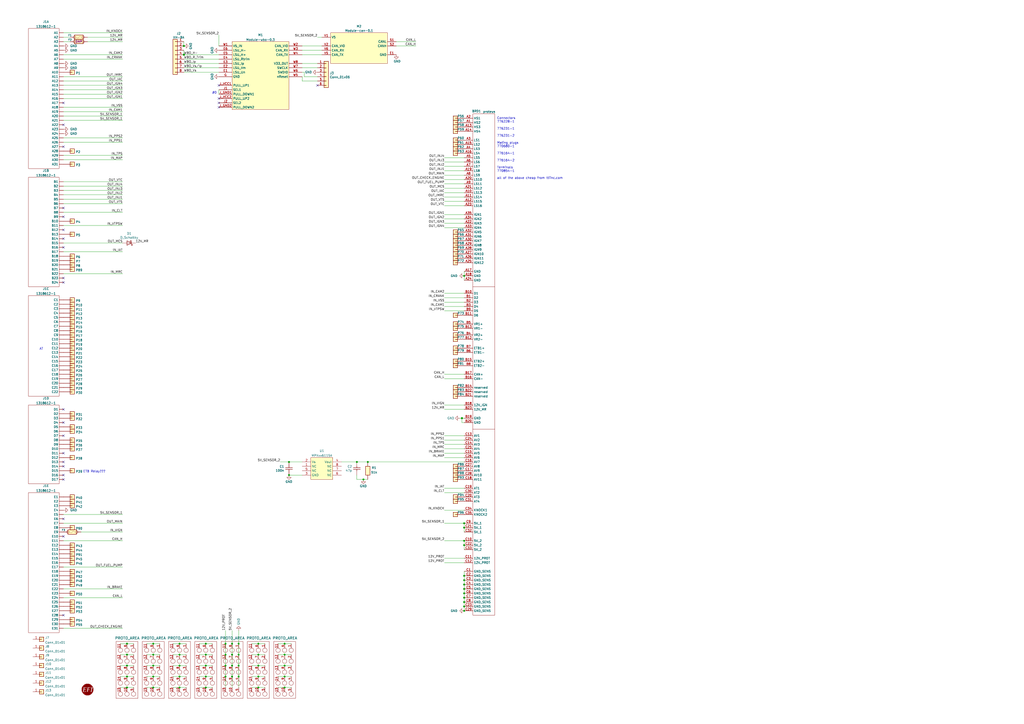
<source format=kicad_sch>
(kicad_sch (version 20210621) (generator eeschema)
  (paper "A2")
  (title_block (title "proteus125honda") (date "2021-09-22") (rev "a") (company "rusEFI"))
  (junction (at 73.66 373.38))
  (junction (at 73.66 379.73))
  (junction (at 73.66 386.08))
  (junction (at 73.66 392.43))
  (junction (at 73.66 398.78))
  (junction (at 88.9 373.38))
  (junction (at 88.9 379.73))
  (junction (at 88.9 386.08))
  (junction (at 88.9 392.43))
  (junction (at 88.9 398.78))
  (junction (at 104.14 373.38))
  (junction (at 104.14 379.73))
  (junction (at 104.14 386.08))
  (junction (at 104.14 392.43))
  (junction (at 104.14 398.78))
  (junction (at 106.68 26.67) (diameter 1.016))
  (junction (at 106.68 31.75) (diameter 1.016))
  (junction (at 119.38 373.38))
  (junction (at 119.38 379.73))
  (junction (at 119.38 386.08))
  (junction (at 119.38 392.43))
  (junction (at 119.38 398.78))
  (junction (at 130.81 373.38))
  (junction (at 130.81 379.73))
  (junction (at 130.81 386.08))
  (junction (at 130.81 392.43))
  (junction (at 134.62 373.38))
  (junction (at 134.62 379.73))
  (junction (at 134.62 386.08))
  (junction (at 134.62 392.43))
  (junction (at 138.43 373.38))
  (junction (at 138.43 379.73))
  (junction (at 138.43 386.08))
  (junction (at 138.43 392.43))
  (junction (at 149.86 373.38))
  (junction (at 149.86 379.73))
  (junction (at 149.86 386.08))
  (junction (at 149.86 392.43))
  (junction (at 149.86 398.78))
  (junction (at 165.1 373.38))
  (junction (at 165.1 379.73))
  (junction (at 165.1 386.08))
  (junction (at 165.1 392.43))
  (junction (at 165.1 398.78))
  (junction (at 167.64 267.97))
  (junction (at 167.64 275.59))
  (junction (at 207.01 267.97))
  (junction (at 210.82 278.13))
  (junction (at 213.36 267.97))
  (junction (at 267.97 242.57) (diameter 1.016))
  (junction (at 269.24 160.02))
  (junction (at 269.24 303.53))
  (junction (at 269.24 306.07))
  (junction (at 269.24 313.69))
  (junction (at 269.24 316.23))
  (junction (at 269.24 334.01))
  (junction (at 269.24 336.55))
  (junction (at 269.24 339.09))
  (junction (at 269.24 341.63))
  (junction (at 269.24 344.17))
  (junction (at 269.24 346.71))
  (junction (at 269.24 349.25))
  (junction (at 269.24 351.79))
  (junction (at 269.24 354.33))
  (no_connect (at 36.83 59.69))
  (no_connect (at 36.83 72.39))
  (no_connect (at 36.83 85.09))
  (no_connect (at 36.83 120.65))
  (no_connect (at 36.83 125.73))
  (no_connect (at 36.83 133.35))
  (no_connect (at 36.83 138.43))
  (no_connect (at 36.83 143.51))
  (no_connect (at 36.83 161.29))
  (no_connect (at 36.83 163.83))
  (no_connect (at 36.83 237.49))
  (no_connect (at 36.83 245.11))
  (no_connect (at 36.83 252.73))
  (no_connect (at 36.83 262.89))
  (no_connect (at 36.83 267.97))
  (no_connect (at 36.83 270.51))
  (no_connect (at 36.83 275.59))
  (no_connect (at 36.83 278.13))
  (no_connect (at 36.83 300.99))
  (no_connect (at 36.83 311.15))
  (no_connect (at 36.83 356.87))
  (no_connect (at 127 49.53))
  (no_connect (at 127 57.15))
  (no_connect (at 127 59.69))
  (no_connect (at 127 62.23))
  (no_connect (at 184.15 49.53))
  (wire (pts (xy 36.83 19.05) (xy 71.12 19.05)))
  (wire (pts (xy 36.83 34.29) (xy 71.12 34.29)))
  (wire (pts (xy 36.83 44.45) (xy 71.12 44.45)))
  (wire (pts (xy 36.83 46.99) (xy 71.12 46.99)))
  (wire (pts (xy 36.83 49.53) (xy 71.12 49.53)))
  (wire (pts (xy 36.83 52.07) (xy 71.12 52.07)))
  (wire (pts (xy 36.83 54.61) (xy 71.12 54.61)))
  (wire (pts (xy 36.83 57.15) (xy 71.12 57.15)))
  (wire (pts (xy 36.83 62.23) (xy 71.12 62.23)))
  (wire (pts (xy 36.83 67.31) (xy 71.12 67.31)))
  (wire (pts (xy 36.83 80.01) (xy 71.12 80.01)))
  (wire (pts (xy 36.83 82.55) (xy 71.12 82.55)))
  (wire (pts (xy 36.83 90.17) (xy 71.12 90.17)))
  (wire (pts (xy 36.83 92.71) (xy 71.12 92.71)))
  (wire (pts (xy 36.83 105.41) (xy 71.12 105.41)))
  (wire (pts (xy 36.83 107.95) (xy 71.12 107.95)))
  (wire (pts (xy 36.83 110.49) (xy 71.12 110.49)))
  (wire (pts (xy 36.83 113.03) (xy 71.12 113.03)))
  (wire (pts (xy 36.83 115.57) (xy 71.12 115.57)))
  (wire (pts (xy 36.83 118.11) (xy 71.12 118.11)))
  (wire (pts (xy 36.83 123.19) (xy 71.12 123.19)))
  (wire (pts (xy 36.83 130.81) (xy 71.12 130.81)))
  (wire (pts (xy 36.83 140.97) (xy 71.12 140.97)))
  (wire (pts (xy 36.83 146.05) (xy 71.12 146.05)))
  (wire (pts (xy 36.83 158.75) (xy 71.12 158.75)))
  (wire (pts (xy 36.83 298.45) (xy 71.12 298.45)))
  (wire (pts (xy 36.83 303.53) (xy 71.12 303.53)))
  (wire (pts (xy 36.83 313.69) (xy 71.12 313.69)))
  (wire (pts (xy 36.83 328.93) (xy 71.12 328.93)))
  (wire (pts (xy 36.83 341.63) (xy 71.12 341.63)))
  (wire (pts (xy 36.83 346.71) (xy 71.12 346.71)))
  (wire (pts (xy 36.83 364.49) (xy 71.12 364.49)))
  (wire (pts (xy 40.64 21.59) (xy 36.83 21.59)))
  (wire (pts (xy 40.64 24.13) (xy 36.83 24.13)))
  (wire (pts (xy 46.99 308.61) (xy 71.12 308.61)))
  (wire (pts (xy 69.85 373.38) (xy 73.66 373.38)))
  (wire (pts (xy 69.85 379.73) (xy 73.66 379.73)))
  (wire (pts (xy 69.85 386.08) (xy 73.66 386.08)))
  (wire (pts (xy 69.85 392.43) (xy 73.66 392.43)))
  (wire (pts (xy 69.85 398.78) (xy 73.66 398.78)))
  (wire (pts (xy 71.12 21.59) (xy 50.8 21.59)))
  (wire (pts (xy 71.12 24.13) (xy 50.8 24.13)))
  (wire (pts (xy 71.12 31.75) (xy 36.83 31.75)))
  (wire (pts (xy 71.12 64.77) (xy 36.83 64.77)))
  (wire (pts (xy 71.12 69.85) (xy 36.83 69.85)))
  (wire (pts (xy 73.66 373.38) (xy 77.47 373.38)))
  (wire (pts (xy 73.66 379.73) (xy 77.47 379.73)))
  (wire (pts (xy 73.66 386.08) (xy 77.47 386.08)))
  (wire (pts (xy 73.66 392.43) (xy 77.47 392.43)))
  (wire (pts (xy 73.66 398.78) (xy 77.47 398.78)))
  (wire (pts (xy 85.09 373.38) (xy 88.9 373.38)))
  (wire (pts (xy 85.09 379.73) (xy 88.9 379.73)))
  (wire (pts (xy 85.09 386.08) (xy 88.9 386.08)))
  (wire (pts (xy 85.09 392.43) (xy 88.9 392.43)))
  (wire (pts (xy 85.09 398.78) (xy 88.9 398.78)))
  (wire (pts (xy 88.9 373.38) (xy 92.71 373.38)))
  (wire (pts (xy 88.9 379.73) (xy 92.71 379.73)))
  (wire (pts (xy 88.9 386.08) (xy 92.71 386.08)))
  (wire (pts (xy 88.9 392.43) (xy 92.71 392.43)))
  (wire (pts (xy 88.9 398.78) (xy 92.71 398.78)))
  (wire (pts (xy 100.33 373.38) (xy 104.14 373.38)))
  (wire (pts (xy 100.33 379.73) (xy 104.14 379.73)))
  (wire (pts (xy 100.33 386.08) (xy 104.14 386.08)))
  (wire (pts (xy 100.33 392.43) (xy 104.14 392.43)))
  (wire (pts (xy 100.33 398.78) (xy 104.14 398.78)))
  (wire (pts (xy 104.14 373.38) (xy 107.95 373.38)))
  (wire (pts (xy 104.14 379.73) (xy 107.95 379.73)))
  (wire (pts (xy 104.14 386.08) (xy 107.95 386.08)))
  (wire (pts (xy 104.14 392.43) (xy 107.95 392.43)))
  (wire (pts (xy 104.14 398.78) (xy 107.95 398.78)))
  (wire (pts (xy 106.68 24.13) (xy 106.68 26.67)))
  (wire (pts (xy 106.68 29.21) (xy 106.68 31.75)))
  (wire (pts (xy 106.68 31.75) (xy 127 31.75)))
  (wire (pts (xy 106.68 34.29) (xy 127 34.29)))
  (wire (pts (xy 106.68 36.83) (xy 127 36.83)))
  (wire (pts (xy 106.68 39.37) (xy 127 39.37)))
  (wire (pts (xy 106.68 41.91) (xy 127 41.91)))
  (wire (pts (xy 115.57 373.38) (xy 119.38 373.38)))
  (wire (pts (xy 115.57 379.73) (xy 119.38 379.73)))
  (wire (pts (xy 115.57 386.08) (xy 119.38 386.08)))
  (wire (pts (xy 115.57 392.43) (xy 119.38 392.43)))
  (wire (pts (xy 115.57 398.78) (xy 119.38 398.78)))
  (wire (pts (xy 119.38 373.38) (xy 123.19 373.38)))
  (wire (pts (xy 119.38 379.73) (xy 123.19 379.73)))
  (wire (pts (xy 119.38 386.08) (xy 123.19 386.08)))
  (wire (pts (xy 119.38 392.43) (xy 123.19 392.43)))
  (wire (pts (xy 119.38 398.78) (xy 123.19 398.78)))
  (wire (pts (xy 127 20.32) (xy 127 26.67)))
  (wire (pts (xy 127 52.07) (xy 127 54.61)))
  (wire (pts (xy 130.81 365.76) (xy 130.81 373.38)))
  (wire (pts (xy 130.81 373.38) (xy 130.81 379.73)))
  (wire (pts (xy 130.81 379.73) (xy 130.81 386.08)))
  (wire (pts (xy 130.81 386.08) (xy 130.81 392.43)))
  (wire (pts (xy 130.81 392.43) (xy 130.81 398.78)))
  (wire (pts (xy 134.62 365.76) (xy 134.62 373.38)))
  (wire (pts (xy 134.62 373.38) (xy 134.62 379.73)))
  (wire (pts (xy 134.62 379.73) (xy 134.62 386.08)))
  (wire (pts (xy 134.62 386.08) (xy 134.62 392.43)))
  (wire (pts (xy 134.62 392.43) (xy 134.62 398.78)))
  (wire (pts (xy 138.43 365.76) (xy 138.43 373.38)))
  (wire (pts (xy 138.43 373.38) (xy 138.43 379.73)))
  (wire (pts (xy 138.43 379.73) (xy 138.43 386.08)))
  (wire (pts (xy 138.43 386.08) (xy 138.43 392.43)))
  (wire (pts (xy 138.43 392.43) (xy 138.43 398.78)))
  (wire (pts (xy 146.05 373.38) (xy 149.86 373.38)))
  (wire (pts (xy 146.05 379.73) (xy 149.86 379.73)))
  (wire (pts (xy 146.05 386.08) (xy 149.86 386.08)))
  (wire (pts (xy 146.05 392.43) (xy 149.86 392.43)))
  (wire (pts (xy 146.05 398.78) (xy 149.86 398.78)))
  (wire (pts (xy 149.86 373.38) (xy 153.67 373.38)))
  (wire (pts (xy 149.86 379.73) (xy 153.67 379.73)))
  (wire (pts (xy 149.86 386.08) (xy 153.67 386.08)))
  (wire (pts (xy 149.86 392.43) (xy 153.67 392.43)))
  (wire (pts (xy 149.86 398.78) (xy 153.67 398.78)))
  (wire (pts (xy 161.29 373.38) (xy 165.1 373.38)))
  (wire (pts (xy 161.29 379.73) (xy 165.1 379.73)))
  (wire (pts (xy 161.29 386.08) (xy 165.1 386.08)))
  (wire (pts (xy 161.29 392.43) (xy 165.1 392.43)))
  (wire (pts (xy 161.29 398.78) (xy 165.1 398.78)))
  (wire (pts (xy 162.56 267.97) (xy 167.64 267.97)))
  (wire (pts (xy 165.1 373.38) (xy 168.91 373.38)))
  (wire (pts (xy 165.1 379.73) (xy 168.91 379.73)))
  (wire (pts (xy 165.1 386.08) (xy 168.91 386.08)))
  (wire (pts (xy 165.1 392.43) (xy 168.91 392.43)))
  (wire (pts (xy 165.1 398.78) (xy 168.91 398.78)))
  (wire (pts (xy 167.64 267.97) (xy 175.26 267.97)))
  (wire (pts (xy 167.64 275.59) (xy 175.26 275.59)))
  (wire (pts (xy 175.26 26.67) (xy 186.69 26.67)))
  (wire (pts (xy 175.26 29.21) (xy 186.69 29.21)))
  (wire (pts (xy 175.26 31.75) (xy 186.69 31.75)))
  (wire (pts (xy 175.26 36.83) (xy 184.15 36.83)))
  (wire (pts (xy 175.26 39.37) (xy 184.15 39.37)))
  (wire (pts (xy 175.26 41.91) (xy 176.53 41.91)))
  (wire (pts (xy 175.26 44.45) (xy 175.26 46.99)))
  (wire (pts (xy 175.26 46.99) (xy 184.15 46.99)))
  (wire (pts (xy 176.53 41.91) (xy 176.53 44.45)))
  (wire (pts (xy 176.53 44.45) (xy 184.15 44.45)))
  (wire (pts (xy 184.15 21.59) (xy 186.69 21.59)))
  (wire (pts (xy 198.12 267.97) (xy 207.01 267.97)))
  (wire (pts (xy 207.01 267.97) (xy 213.36 267.97)))
  (wire (pts (xy 207.01 278.13) (xy 207.01 275.59)))
  (wire (pts (xy 210.82 278.13) (xy 207.01 278.13)))
  (wire (pts (xy 210.82 278.13) (xy 213.36 278.13)))
  (wire (pts (xy 213.36 267.97) (xy 269.24 267.97)))
  (wire (pts (xy 229.87 24.13) (xy 241.3 24.13)))
  (wire (pts (xy 229.87 26.67) (xy 241.3 26.67)))
  (wire (pts (xy 257.81 91.44) (xy 269.24 91.44)))
  (wire (pts (xy 257.81 93.98) (xy 269.24 93.98)))
  (wire (pts (xy 257.81 96.52) (xy 269.24 96.52)))
  (wire (pts (xy 257.81 99.06) (xy 269.24 99.06)))
  (wire (pts (xy 257.81 101.6) (xy 269.24 101.6)))
  (wire (pts (xy 257.81 104.14) (xy 269.24 104.14)))
  (wire (pts (xy 257.81 106.68) (xy 269.24 106.68)))
  (wire (pts (xy 257.81 109.22) (xy 269.24 109.22)))
  (wire (pts (xy 257.81 111.76) (xy 269.24 111.76)))
  (wire (pts (xy 257.81 114.3) (xy 269.24 114.3)))
  (wire (pts (xy 257.81 116.84) (xy 269.24 116.84)))
  (wire (pts (xy 257.81 119.38) (xy 269.24 119.38)))
  (wire (pts (xy 257.81 124.46) (xy 269.24 124.46)))
  (wire (pts (xy 257.81 127) (xy 269.24 127)))
  (wire (pts (xy 257.81 129.54) (xy 269.24 129.54)))
  (wire (pts (xy 257.81 132.08) (xy 269.24 132.08)))
  (wire (pts (xy 257.81 170.18) (xy 269.24 170.18)))
  (wire (pts (xy 257.81 172.72) (xy 269.24 172.72)))
  (wire (pts (xy 257.81 175.26) (xy 269.24 175.26)))
  (wire (pts (xy 257.81 177.8) (xy 269.24 177.8)))
  (wire (pts (xy 257.81 180.34) (xy 269.24 180.34)))
  (wire (pts (xy 257.81 217.17) (xy 269.24 217.17)))
  (wire (pts (xy 257.81 219.71) (xy 269.24 219.71)))
  (wire (pts (xy 257.81 234.95) (xy 269.24 234.95)))
  (wire (pts (xy 257.81 237.49) (xy 269.24 237.49)))
  (wire (pts (xy 257.81 252.73) (xy 269.24 252.73)))
  (wire (pts (xy 257.81 255.27) (xy 269.24 255.27)))
  (wire (pts (xy 257.81 257.81) (xy 269.24 257.81)))
  (wire (pts (xy 257.81 260.35) (xy 269.24 260.35)))
  (wire (pts (xy 257.81 262.89) (xy 269.24 262.89)))
  (wire (pts (xy 257.81 265.43) (xy 269.24 265.43)))
  (wire (pts (xy 257.81 283.21) (xy 269.24 283.21)))
  (wire (pts (xy 257.81 285.75) (xy 269.24 285.75)))
  (wire (pts (xy 257.81 295.91) (xy 269.24 295.91)))
  (wire (pts (xy 257.81 303.53) (xy 269.24 303.53)))
  (wire (pts (xy 257.81 313.69) (xy 269.24 313.69)))
  (wire (pts (xy 257.81 323.85) (xy 269.24 323.85)))
  (wire (pts (xy 257.81 326.39) (xy 269.24 326.39)))
  (wire (pts (xy 266.7 242.57) (xy 267.97 242.57)))
  (wire (pts (xy 267.97 242.57) (xy 267.97 245.11)))
  (wire (pts (xy 267.97 245.11) (xy 269.24 245.11)))
  (wire (pts (xy 269.24 157.48) (xy 269.24 160.02)))
  (wire (pts (xy 269.24 160.02) (xy 269.24 162.56)))
  (wire (pts (xy 269.24 242.57) (xy 267.97 242.57)))
  (wire (pts (xy 269.24 303.53) (xy 269.24 306.07)))
  (wire (pts (xy 269.24 306.07) (xy 269.24 308.61)))
  (wire (pts (xy 269.24 313.69) (xy 269.24 316.23)))
  (wire (pts (xy 269.24 316.23) (xy 269.24 318.77)))
  (wire (pts (xy 269.24 331.47) (xy 269.24 334.01)))
  (wire (pts (xy 269.24 334.01) (xy 269.24 336.55)))
  (wire (pts (xy 269.24 336.55) (xy 269.24 339.09)))
  (wire (pts (xy 269.24 339.09) (xy 269.24 341.63)))
  (wire (pts (xy 269.24 341.63) (xy 269.24 344.17)))
  (wire (pts (xy 269.24 344.17) (xy 269.24 346.71)))
  (wire (pts (xy 269.24 346.71) (xy 269.24 349.25)))
  (wire (pts (xy 269.24 349.25) (xy 269.24 351.79)))
  (wire (pts (xy 269.24 351.79) (xy 269.24 354.33)))
  (text "AT" (at 22.86 203.2 0) (effects (font (size 1.27 1.27)) (justify left bottom)))
  (text "ETB Relay???" (at 48.26 274.32 0) (effects (font (size 1.27 1.27)) (justify left bottom)))
  (text "#0" (at 125.73 54.61 180) (effects (font (size 1.27 1.27)) (justify right bottom)))
  (text "Connectors\n776228-1\n\n776231-1\n\n776231-2\n\nMating plugs\n770680-1\n\n776164-1\n\n776164-2\n\nTerminals\n770854-1\n\nall of the above cheap from ttiinc.com" (at 288.29 104.14 0) (effects (font (size 1.27 1.27)) (justify left bottom)))
  (label "IN_KNOCK" (at 71.12 19.05 180))
  (label "12V_MR" (at 71.12 21.59 180))
  (label "12V_MR" (at 71.12 24.13 180))
  (label "IN_CAM2" (at 71.12 31.75 180))
  (label "IN_CRANK" (at 71.12 34.29 180))
  (label "OUT_IMRC" (at 71.12 44.45 180))
  (label "OUT_IAC" (at 71.12 46.99 180))
  (label "OUT_IGN4" (at 71.12 49.53 180))
  (label "OUT_IGN3" (at 71.12 52.07 180))
  (label "OUT_IGN2" (at 71.12 54.61 180))
  (label "OUT_IGN1" (at 71.12 57.15 180))
  (label "IN_VSS" (at 71.12 62.23 180))
  (label "IN_CAM1" (at 71.12 64.77 180))
  (label "5V_SENSOR_1" (at 71.12 67.31 180))
  (label "5V_SENSOR_1" (at 71.12 69.85 180))
  (label "IN_PPS2" (at 71.12 80.01 180))
  (label "IN_PPS1" (at 71.12 82.55 180))
  (label "IN_TPS" (at 71.12 90.17 180))
  (label "IN_MAP" (at 71.12 92.71 180))
  (label "OUT_VTC" (at 71.12 105.41 180))
  (label "OUT_INJ4" (at 71.12 107.95 180))
  (label "OUT_INJ3" (at 71.12 110.49 180))
  (label "OUT_INJ2" (at 71.12 113.03 180))
  (label "OUT_INJ1" (at 71.12 115.57 180))
  (label "OUT_VTS" (at 71.12 118.11 180))
  (label "IN_CLT" (at 71.12 123.19 180))
  (label "IN_VTPSW" (at 71.12 130.81 180))
  (label "OUT_MCS" (at 71.12 140.97 180))
  (label "IN_IAT" (at 71.12 146.05 180))
  (label "IN_MRC" (at 71.12 158.75 180))
  (label "5V_SENSOR_1" (at 71.12 298.45 180))
  (label "OUT_MAIN" (at 71.12 303.53 180))
  (label "IN_VIGN" (at 71.12 308.61 180))
  (label "CAN_H" (at 71.12 313.69 180))
  (label "OUT_FUEL_PUMP" (at 71.12 328.93 180))
  (label "IN_BRAKE" (at 71.12 341.63 180))
  (label "CAN_L" (at 71.12 346.71 180))
  (label "OUT_CHECK_ENGINE" (at 71.12 364.49 180))
  (label "12V_MR" (at 78.74 140.97 0))
  (label "WBO_H-" (at 106.68 31.75 0))
  (label "WBO_R_Trim" (at 106.68 34.29 0))
  (label "WBO_Ip" (at 106.68 36.83 0))
  (label "WBO_Vs{slash}Ip" (at 106.68 39.37 0))
  (label "WBO_Vs" (at 106.68 41.91 0))
  (label "5V_SENSOR_2" (at 127 20.32 180))
  (label "12V_PROT" (at 130.81 365.76 90))
  (label "5V_SENSOR_2" (at 134.62 365.76 90))
  (label "5V_SENSOR_2" (at 162.56 267.97 180))
  (label "5V_SENSOR_2" (at 184.15 21.59 180))
  (label "CAN_L" (at 241.3 24.13 180))
  (label "CAN_H" (at 241.3 26.67 180))
  (label "OUT_INJ4" (at 257.81 91.44 180))
  (label "OUT_INJ3" (at 257.81 93.98 180))
  (label "OUT_INJ2" (at 257.81 96.52 180))
  (label "OUT_INJ1" (at 257.81 99.06 180))
  (label "OUT_MAIN" (at 257.81 101.6 180))
  (label "OUT_CHECK_ENGINE" (at 257.81 104.14 180))
  (label "OUT_FUEL_PUMP" (at 257.81 106.68 180))
  (label "OUT_MCS" (at 257.81 109.22 180))
  (label "OUT_IAC" (at 257.81 111.76 180))
  (label "OUT_IMRC" (at 257.81 114.3 180))
  (label "OUT_VTS" (at 257.81 116.84 180))
  (label "OUT_VTC" (at 257.81 119.38 180))
  (label "OUT_IGN1" (at 257.81 124.46 180))
  (label "OUT_IGN2" (at 257.81 127 180))
  (label "OUT_IGN3" (at 257.81 129.54 180))
  (label "OUT_IGN4" (at 257.81 132.08 180))
  (label "IN_CAM2" (at 257.81 170.18 180))
  (label "IN_CRANK" (at 257.81 172.72 180))
  (label "IN_VSS" (at 257.81 175.26 180))
  (label "IN_CAM1" (at 257.81 177.8 180))
  (label "IN_VTPSW" (at 257.81 180.34 180))
  (label "CAN_H" (at 257.81 217.17 180))
  (label "CAN_L" (at 257.81 219.71 180))
  (label "IN_VIGN" (at 257.81 234.95 180))
  (label "12V_MR" (at 257.81 237.49 180))
  (label "IN_PPS2" (at 257.81 252.73 180))
  (label "IN_PPS1" (at 257.81 255.27 180))
  (label "IN_TPS" (at 257.81 257.81 180))
  (label "IN_MRC" (at 257.81 260.35 180))
  (label "IN_BRAKE" (at 257.81 262.89 180))
  (label "IN_MAP" (at 257.81 265.43 180))
  (label "IN_IAT" (at 257.81 283.21 180))
  (label "IN_CLT" (at 257.81 285.75 180))
  (label "IN_KNOCK" (at 257.81 295.91 180))
  (label "5V_SENSOR_1" (at 257.81 303.53 180))
  (label "5V_SENSOR_2" (at 257.81 313.69 180))
  (label "12V_PROT" (at 257.81 323.85 180))
  (label "12V_PROT" (at 257.81 326.39 180))
  (symbol (lib_id "power:GND") (at 36.83 26.67 90) (unit 1)
    (property "Reference" "#PWR01" (effects hide))
    (property "Value" "GND" (at 40.64 26.67 90) (effects (justify right)))
  )
  (symbol (lib_id "power:GND") (at 36.83 29.21 90) (unit 1)
    (property "Reference" "#PWR02" (effects hide))
    (property "Value" "GND" (at 40.64 29.21 90) (effects (justify right)))
  )
  (symbol (lib_id "power:GND") (at 36.83 36.83 90) (unit 1)
    (property "Reference" "#PWR03" (effects hide))
    (property "Value" "GND" (at 40.64 36.83 90) (effects (justify right)))
  )
  (symbol (lib_id "power:GND") (at 36.83 39.37 90) (unit 1)
    (property "Reference" "#PWR04" (effects hide))
    (property "Value" "GND" (at 40.64 39.37 90) (effects (justify right)))
  )
  (symbol (lib_id "power:GND") (at 36.83 74.93 90) (unit 1)
    (property "Reference" "#PWR05" (effects hide))
    (property "Value" "GND" (at 40.64 74.93 90) (effects (justify right)))
  )
  (symbol (lib_id "power:GND") (at 36.83 77.47 90) (unit 1)
    (property "Reference" "#PWR06" (effects hide))
    (property "Value" "GND" (at 40.64 77.47 90) (effects (justify right)))
  )
  (symbol (lib_id "power:GND") (at 36.83 295.91 90) (unit 1)
    (property "Reference" "#PWR07" (effects hide))
    (property "Value" "GND" (at 40.64 295.91 90) (effects (justify right)))
  )
  (symbol (lib_id "power:GND") (at 106.68 26.67 90) (mirror x) (unit 1)
    (property "Reference" "#PWR08" (effects hide))
    (property "Value" "GND" (at 110.6234 26.7208 0))
  )
  (symbol (lib_id "power:GND") (at 127 29.21 270) (mirror x) (unit 1)
    (property "Reference" "#PWR09" (effects hide))
    (property "Value" "GND" (at 123.0566 29.1592 0))
  )
  (symbol (lib_id "power:GND") (at 127 44.45 270) (mirror x) (unit 1)
    (property "Reference" "#PWR010" (effects hide))
    (property "Value" "GND" (at 123.0566 44.3992 0))
  )
  (symbol (lib_id "power:GND") (at 138.43 365.76 180) (unit 1)
    (property "Reference" "#PWR021" (effects hide))
    (property "Value" "GND" (at 138.43 362.585 90) (effects (justify right)))
  )
  (symbol (lib_id "power:GND") (at 167.64 275.59 0) (unit 1)
    (property "Reference" "#PWR0101" (effects hide))
    (property "Value" "GND" (at 169.6336 279.4268 0) (effects (justify right)))
  )
  (symbol (lib_id "power:GND") (at 184.15 41.91 270) (mirror x) (unit 1)
    (property "Reference" "#PWR011" (effects hide))
    (property "Value" "GND" (at 178.9366 41.8592 90))
  )
  (symbol (lib_id "power:GND") (at 210.82 278.13 0) (unit 1)
    (property "Reference" "#PWR0102" (effects hide))
    (property "Value" "GND" (at 212.8136 281.9668 0) (effects (justify right)))
  )
  (symbol (lib_id "power:GND") (at 229.87 31.75 0) (unit 1)
    (property "Reference" "#PWR012" (effects hide))
    (property "Value" "GND" (at 232.41 35.56 0) (effects (justify right)))
  )
  (symbol (lib_id "power:GND") (at 266.7 242.57 270) (unit 1)
    (property "Reference" "#PWR014" (effects hide))
    (property "Value" "GND" (at 263.525 242.57 90) (effects (justify right)))
  )
  (symbol (lib_id "power:GND") (at 269.24 160.02 270) (unit 1)
    (property "Reference" "#PWR017" (effects hide))
    (property "Value" "GND" (at 265.43 160.02 90) (effects (justify right)))
  )
  (symbol (lib_id "power:GND") (at 269.24 354.33 270) (unit 1)
    (property "Reference" "#PWR020" (effects hide))
    (property "Value" "GND" (at 265.43 354.33 90) (effects (justify right)))
  )
  (symbol (lib_id "Connector_Generic:Conn_01x01") (at 24.13 370.84 0) (unit 1)
    (property "Reference" "J7" (at 26.1621 369.9315 0) (effects (justify left)))
    (property "Value" "Conn_01x01" (at 26.1621 372.7066 0) (effects (justify left)))
    (property "Footprint" "MountingHole:MountingHole_4.5mm" (effects hide))
  )
  (symbol (lib_id "Connector_Generic:Conn_01x01") (at 24.13 375.92 0) (unit 1)
    (property "Reference" "J8" (at 26.1621 375.0115 0) (effects (justify left)))
    (property "Value" "Conn_01x01" (at 26.1621 377.7866 0) (effects (justify left)))
    (property "Footprint" "MountingHole:MountingHole_4.5mm" (effects hide))
  )
  (symbol (lib_id "Connector_Generic:Conn_01x01") (at 24.13 381 0) (unit 1)
    (property "Reference" "J9" (at 26.1621 380.0915 0) (effects (justify left)))
    (property "Value" "Conn_01x01" (at 26.1621 382.8666 0) (effects (justify left)))
    (property "Footprint" "MountingHole:MountingHole_4.5mm" (effects hide))
  )
  (symbol (lib_id "Connector_Generic:Conn_01x01") (at 24.13 386.08 0) (unit 1)
    (property "Reference" "J10" (at 26.1621 385.1715 0) (effects (justify left)))
    (property "Value" "Conn_01x01" (at 26.1621 387.9466 0) (effects (justify left)))
    (property "Footprint" "MountingHole:MountingHole_4.5mm" (effects hide))
  )
  (symbol (lib_id "Connector_Generic:Conn_01x01") (at 24.13 391.16 0) (unit 1)
    (property "Reference" "J11" (at 26.1621 390.2515 0) (effects (justify left)))
    (property "Value" "Conn_01x01" (at 26.1621 393.0266 0) (effects (justify left)))
    (property "Footprint" "MountingHole:MountingHole_4.5mm" (effects hide))
  )
  (symbol (lib_id "Connector_Generic:Conn_01x01") (at 24.13 396.24 0) (unit 1)
    (property "Reference" "J12" (at 26.1621 395.3315 0) (effects (justify left)))
    (property "Value" "Conn_01x01" (at 26.1621 398.1066 0) (effects (justify left)))
    (property "Footprint" "MountingHole:MountingHole_4.5mm" (effects hide))
  )
  (symbol (lib_id "Connector_Generic:Conn_01x01") (at 24.13 401.32 0) (unit 1)
    (property "Reference" "J13" (at 26.1621 400.4115 0) (effects (justify left)))
    (property "Value" "Conn_01x01" (at 26.1621 403.1866 0) (effects (justify left)))
    (property "Footprint" "MountingHole:MountingHole_4.5mm" (effects hide))
  )
  (symbol (lib_id "hellen-one-common:Pad") (at 41.91 41.91 0) (unit 1)
    (property "Reference" "P1" (at 43.9421 42.389 0) (effects (justify left)))
    (property "Value" "Pad" (effects hide))
    (property "Footprint" "hellen-one-common:PAD-TH" (effects hide))
  )
  (symbol (lib_id "hellen-one-common:Pad") (at 41.91 87.63 0) (unit 1)
    (property "Reference" "P2" (at 43.9421 88.109 0) (effects (justify left)))
    (property "Value" "Pad" (effects hide))
    (property "Footprint" "hellen-one-common:PAD-TH" (effects hide))
  )
  (symbol (lib_id "hellen-one-common:Pad") (at 41.91 95.25 0) (unit 1)
    (property "Reference" "P3" (at 43.9421 95.729 0) (effects (justify left)))
    (property "Value" "Pad" (effects hide))
    (property "Footprint" "hellen-one-common:PAD-TH" (effects hide))
  )
  (symbol (lib_id "hellen-one-common:Pad") (at 41.91 128.27 0) (unit 1)
    (property "Reference" "P4" (at 43.9421 128.749 0) (effects (justify left)))
    (property "Value" "Pad" (effects hide))
    (property "Footprint" "hellen-one-common:PAD-TH" (effects hide))
  )
  (symbol (lib_id "hellen-one-common:Pad") (at 41.91 135.89 0) (unit 1)
    (property "Reference" "P5" (at 43.9421 136.369 0) (effects (justify left)))
    (property "Value" "Pad" (effects hide))
    (property "Footprint" "hellen-one-common:PAD-TH" (effects hide))
  )
  (symbol (lib_id "hellen-one-common:Pad") (at 41.91 148.59 0) (unit 1)
    (property "Reference" "P6" (at 43.9421 149.069 0) (effects (justify left)))
    (property "Value" "Pad" (effects hide))
    (property "Footprint" "hellen-one-common:PAD-TH" (effects hide))
  )
  (symbol (lib_id "hellen-one-common:Pad") (at 41.91 151.13 0) (unit 1)
    (property "Reference" "P7" (at 43.9421 151.609 0) (effects (justify left)))
    (property "Value" "Pad" (effects hide))
    (property "Footprint" "hellen-one-common:PAD-TH" (effects hide))
  )
  (symbol (lib_id "hellen-one-common:Pad") (at 41.91 153.67 0) (unit 1)
    (property "Reference" "P8" (at 43.9421 154.149 0) (effects (justify left)))
    (property "Value" "Pad" (effects hide))
    (property "Footprint" "hellen-one-common:PAD-TH" (effects hide))
  )
  (symbol (lib_id "hellen-one-common:Pad") (at 41.91 156.21 0) (unit 1)
    (property "Reference" "P89" (at 43.9421 156.689 0) (effects (justify left)))
    (property "Value" "Pad" (effects hide))
    (property "Footprint" "hellen-one-common:PAD-TH" (effects hide))
  )
  (symbol (lib_id "hellen-one-common:Pad") (at 41.91 173.99 0) (unit 1)
    (property "Reference" "P9" (at 43.9421 174.469 0) (effects (justify left)))
    (property "Value" "Pad" (effects hide))
    (property "Footprint" "hellen-one-common:PAD-TH" (effects hide))
  )
  (symbol (lib_id "hellen-one-common:Pad") (at 41.91 176.53 0) (unit 1)
    (property "Reference" "P10" (at 43.9421 177.009 0) (effects (justify left)))
    (property "Value" "Pad" (effects hide))
    (property "Footprint" "hellen-one-common:PAD-TH" (effects hide))
  )
  (symbol (lib_id "hellen-one-common:Pad") (at 41.91 179.07 0) (unit 1)
    (property "Reference" "P11" (at 43.9421 179.549 0) (effects (justify left)))
    (property "Value" "Pad" (effects hide))
    (property "Footprint" "hellen-one-common:PAD-TH" (effects hide))
  )
  (symbol (lib_id "hellen-one-common:Pad") (at 41.91 181.61 0) (unit 1)
    (property "Reference" "P12" (at 43.9421 182.089 0) (effects (justify left)))
    (property "Value" "Pad" (effects hide))
    (property "Footprint" "hellen-one-common:PAD-TH" (effects hide))
  )
  (symbol (lib_id "hellen-one-common:Pad") (at 41.91 184.15 0) (unit 1)
    (property "Reference" "P13" (at 43.9421 184.629 0) (effects (justify left)))
    (property "Value" "Pad" (effects hide))
    (property "Footprint" "hellen-one-common:PAD-TH" (effects hide))
  )
  (symbol (lib_id "hellen-one-common:Pad") (at 41.91 186.69 0) (unit 1)
    (property "Reference" "P14" (at 43.9421 187.169 0) (effects (justify left)))
    (property "Value" "Pad" (effects hide))
    (property "Footprint" "hellen-one-common:PAD-TH" (effects hide))
  )
  (symbol (lib_id "hellen-one-common:Pad") (at 41.91 189.23 0) (unit 1)
    (property "Reference" "P15" (at 43.9421 189.709 0) (effects (justify left)))
    (property "Value" "Pad" (effects hide))
    (property "Footprint" "hellen-one-common:PAD-TH" (effects hide))
  )
  (symbol (lib_id "hellen-one-common:Pad") (at 41.91 191.77 0) (unit 1)
    (property "Reference" "P16" (at 43.9421 192.249 0) (effects (justify left)))
    (property "Value" "Pad" (effects hide))
    (property "Footprint" "hellen-one-common:PAD-TH" (effects hide))
  )
  (symbol (lib_id "hellen-one-common:Pad") (at 41.91 194.31 0) (unit 1)
    (property "Reference" "P17" (at 43.9421 194.789 0) (effects (justify left)))
    (property "Value" "Pad" (effects hide))
    (property "Footprint" "hellen-one-common:PAD-TH" (effects hide))
  )
  (symbol (lib_id "hellen-one-common:Pad") (at 41.91 196.85 0) (unit 1)
    (property "Reference" "P18" (at 43.9421 197.329 0) (effects (justify left)))
    (property "Value" "Pad" (effects hide))
    (property "Footprint" "hellen-one-common:PAD-TH" (effects hide))
  )
  (symbol (lib_id "hellen-one-common:Pad") (at 41.91 199.39 0) (unit 1)
    (property "Reference" "P19" (at 43.9421 199.869 0) (effects (justify left)))
    (property "Value" "Pad" (effects hide))
    (property "Footprint" "hellen-one-common:PAD-TH" (effects hide))
  )
  (symbol (lib_id "hellen-one-common:Pad") (at 41.91 201.93 0) (unit 1)
    (property "Reference" "P20" (at 43.9421 202.409 0) (effects (justify left)))
    (property "Value" "Pad" (effects hide))
    (property "Footprint" "hellen-one-common:PAD-TH" (effects hide))
  )
  (symbol (lib_id "hellen-one-common:Pad") (at 41.91 204.47 0) (unit 1)
    (property "Reference" "P21" (at 43.9421 204.949 0) (effects (justify left)))
    (property "Value" "Pad" (effects hide))
    (property "Footprint" "hellen-one-common:PAD-TH" (effects hide))
  )
  (symbol (lib_id "hellen-one-common:Pad") (at 41.91 207.01 0) (unit 1)
    (property "Reference" "P22" (at 43.9421 207.489 0) (effects (justify left)))
    (property "Value" "Pad" (effects hide))
    (property "Footprint" "hellen-one-common:PAD-TH" (effects hide))
  )
  (symbol (lib_id "hellen-one-common:Pad") (at 41.91 209.55 0) (unit 1)
    (property "Reference" "P23" (at 43.9421 210.029 0) (effects (justify left)))
    (property "Value" "Pad" (effects hide))
    (property "Footprint" "hellen-one-common:PAD-TH" (effects hide))
  )
  (symbol (lib_id "hellen-one-common:Pad") (at 41.91 212.09 0) (unit 1)
    (property "Reference" "P24" (at 43.9421 212.569 0) (effects (justify left)))
    (property "Value" "Pad" (effects hide))
    (property "Footprint" "hellen-one-common:PAD-TH" (effects hide))
  )
  (symbol (lib_id "hellen-one-common:Pad") (at 41.91 214.63 0) (unit 1)
    (property "Reference" "P25" (at 43.9421 215.109 0) (effects (justify left)))
    (property "Value" "Pad" (effects hide))
    (property "Footprint" "hellen-one-common:PAD-TH" (effects hide))
  )
  (symbol (lib_id "hellen-one-common:Pad") (at 41.91 217.17 0) (unit 1)
    (property "Reference" "P26" (at 43.9421 217.649 0) (effects (justify left)))
    (property "Value" "Pad" (effects hide))
    (property "Footprint" "hellen-one-common:PAD-TH" (effects hide))
  )
  (symbol (lib_id "hellen-one-common:Pad") (at 41.91 219.71 0) (unit 1)
    (property "Reference" "P27" (at 43.9421 220.189 0) (effects (justify left)))
    (property "Value" "Pad" (effects hide))
    (property "Footprint" "hellen-one-common:PAD-TH" (effects hide))
  )
  (symbol (lib_id "hellen-one-common:Pad") (at 41.91 222.25 0) (unit 1)
    (property "Reference" "P28" (at 43.9421 222.729 0) (effects (justify left)))
    (property "Value" "Pad" (effects hide))
    (property "Footprint" "hellen-one-common:PAD-TH" (effects hide))
  )
  (symbol (lib_id "hellen-one-common:Pad") (at 41.91 224.79 0) (unit 1)
    (property "Reference" "P29" (at 43.9421 225.269 0) (effects (justify left)))
    (property "Value" "Pad" (effects hide))
    (property "Footprint" "hellen-one-common:PAD-TH" (effects hide))
  )
  (symbol (lib_id "hellen-one-common:Pad") (at 41.91 227.33 0) (unit 1)
    (property "Reference" "P30" (at 43.9421 227.809 0) (effects (justify left)))
    (property "Value" "Pad" (effects hide))
    (property "Footprint" "hellen-one-common:PAD-TH" (effects hide))
  )
  (symbol (lib_id "hellen-one-common:Pad") (at 41.91 240.03 0) (unit 1)
    (property "Reference" "P31" (at 43.9421 240.509 0) (effects (justify left)))
    (property "Value" "Pad" (effects hide))
    (property "Footprint" "hellen-one-common:PAD-TH" (effects hide))
  )
  (symbol (lib_id "hellen-one-common:Pad") (at 41.91 242.57 0) (unit 1)
    (property "Reference" "P32" (at 43.9421 243.049 0) (effects (justify left)))
    (property "Value" "Pad" (effects hide))
    (property "Footprint" "hellen-one-common:PAD-TH" (effects hide))
  )
  (symbol (lib_id "hellen-one-common:Pad") (at 41.91 247.65 0) (unit 1)
    (property "Reference" "P33" (at 43.9421 248.129 0) (effects (justify left)))
    (property "Value" "Pad" (effects hide))
    (property "Footprint" "hellen-one-common:PAD-TH" (effects hide))
  )
  (symbol (lib_id "hellen-one-common:Pad") (at 41.91 250.19 0) (unit 1)
    (property "Reference" "P34" (at 43.9421 250.669 0) (effects (justify left)))
    (property "Value" "Pad" (effects hide))
    (property "Footprint" "hellen-one-common:PAD-TH" (effects hide))
  )
  (symbol (lib_id "hellen-one-common:Pad") (at 41.91 255.27 0) (unit 1)
    (property "Reference" "P35" (at 43.9421 255.749 0) (effects (justify left)))
    (property "Value" "Pad" (effects hide))
    (property "Footprint" "hellen-one-common:PAD-TH" (effects hide))
  )
  (symbol (lib_id "hellen-one-common:Pad") (at 41.91 257.81 0) (unit 1)
    (property "Reference" "P36" (at 43.9421 258.289 0) (effects (justify left)))
    (property "Value" "Pad" (effects hide))
    (property "Footprint" "hellen-one-common:PAD-TH" (effects hide))
  )
  (symbol (lib_id "hellen-one-common:Pad") (at 41.91 260.35 0) (unit 1)
    (property "Reference" "P37" (at 43.9421 260.829 0) (effects (justify left)))
    (property "Value" "Pad" (effects hide))
    (property "Footprint" "hellen-one-common:PAD-TH" (effects hide))
  )
  (symbol (lib_id "hellen-one-common:Pad") (at 41.91 265.43 0) (unit 1)
    (property "Reference" "P38" (at 43.9421 265.909 0) (effects (justify left)))
    (property "Value" "Pad" (effects hide))
    (property "Footprint" "hellen-one-common:PAD-TH" (effects hide))
  )
  (symbol (lib_id "hellen-one-common:Pad") (at 41.91 273.05 0) (unit 1)
    (property "Reference" "P39" (at 43.9421 273.529 0) (effects (justify left)))
    (property "Value" "Pad" (effects hide))
    (property "Footprint" "hellen-one-common:PAD-TH" (effects hide))
  )
  (symbol (lib_id "hellen-one-common:Pad") (at 41.91 288.29 0) (unit 1)
    (property "Reference" "P40" (at 43.9421 288.769 0) (effects (justify left)))
    (property "Value" "Pad" (effects hide))
    (property "Footprint" "hellen-one-common:PAD-TH" (effects hide))
  )
  (symbol (lib_id "hellen-one-common:Pad") (at 41.91 290.83 0) (unit 1)
    (property "Reference" "P41" (at 43.9421 291.309 0) (effects (justify left)))
    (property "Value" "Pad" (effects hide))
    (property "Footprint" "hellen-one-common:PAD-TH" (effects hide))
  )
  (symbol (lib_id "hellen-one-common:Pad") (at 41.91 293.37 0) (unit 1)
    (property "Reference" "P42" (at 43.9421 293.849 0) (effects (justify left)))
    (property "Value" "Pad" (effects hide))
    (property "Footprint" "hellen-one-common:PAD-TH" (effects hide))
  )
  (symbol (lib_id "hellen-one-common:Pad") (at 41.91 306.07 0) (unit 1)
    (property "Reference" "P90" (at 43.9421 306.549 0) (effects (justify left)))
    (property "Value" "Pad" (effects hide))
    (property "Footprint" "hellen-one-common:PAD-TH" (effects hide))
  )
  (symbol (lib_id "hellen-one-common:Pad") (at 41.91 316.23 0) (unit 1)
    (property "Reference" "P43" (at 43.9421 316.709 0) (effects (justify left)))
    (property "Value" "Pad" (effects hide))
    (property "Footprint" "hellen-one-common:PAD-TH" (effects hide))
  )
  (symbol (lib_id "hellen-one-common:Pad") (at 41.91 318.77 0) (unit 1)
    (property "Reference" "P44" (at 43.9421 319.249 0) (effects (justify left)))
    (property "Value" "Pad" (effects hide))
    (property "Footprint" "hellen-one-common:PAD-TH" (effects hide))
  )
  (symbol (lib_id "hellen-one-common:Pad") (at 41.91 321.31 0) (unit 1)
    (property "Reference" "P91" (at 43.9421 321.789 0) (effects (justify left)))
    (property "Value" "Pad" (effects hide))
    (property "Footprint" "hellen-one-common:PAD-TH" (effects hide))
  )
  (symbol (lib_id "hellen-one-common:Pad") (at 41.91 323.85 0) (unit 1)
    (property "Reference" "P45" (at 43.9421 324.329 0) (effects (justify left)))
    (property "Value" "Pad" (effects hide))
    (property "Footprint" "hellen-one-common:PAD-TH" (effects hide))
  )
  (symbol (lib_id "hellen-one-common:Pad") (at 41.91 326.39 0) (unit 1)
    (property "Reference" "P46" (at 43.9421 326.869 0) (effects (justify left)))
    (property "Value" "Pad" (effects hide))
    (property "Footprint" "hellen-one-common:PAD-TH" (effects hide))
  )
  (symbol (lib_id "hellen-one-common:Pad") (at 41.91 331.47 0) (unit 1)
    (property "Reference" "P47" (at 43.9421 331.949 0) (effects (justify left)))
    (property "Value" "Pad" (effects hide))
    (property "Footprint" "hellen-one-common:PAD-TH" (effects hide))
  )
  (symbol (lib_id "hellen-one-common:Pad") (at 41.91 334.01 0) (unit 1)
    (property "Reference" "P92" (at 43.9421 334.489 0) (effects (justify left)))
    (property "Value" "Pad" (effects hide))
    (property "Footprint" "hellen-one-common:PAD-TH" (effects hide))
  )
  (symbol (lib_id "hellen-one-common:Pad") (at 41.91 336.55 0) (unit 1)
    (property "Reference" "P48" (at 43.9421 337.029 0) (effects (justify left)))
    (property "Value" "Pad" (effects hide))
    (property "Footprint" "hellen-one-common:PAD-TH" (effects hide))
  )
  (symbol (lib_id "hellen-one-common:Pad") (at 41.91 339.09 0) (unit 1)
    (property "Reference" "P49" (at 43.9421 339.569 0) (effects (justify left)))
    (property "Value" "Pad" (effects hide))
    (property "Footprint" "hellen-one-common:PAD-TH" (effects hide))
  )
  (symbol (lib_id "hellen-one-common:Pad") (at 41.91 344.17 0) (unit 1)
    (property "Reference" "P50" (at 43.9421 344.649 0) (effects (justify left)))
    (property "Value" "Pad" (effects hide))
    (property "Footprint" "hellen-one-common:PAD-TH" (effects hide))
  )
  (symbol (lib_id "hellen-one-common:Pad") (at 41.91 349.25 0) (unit 1)
    (property "Reference" "P51" (at 43.9421 349.729 0) (effects (justify left)))
    (property "Value" "Pad" (effects hide))
    (property "Footprint" "hellen-one-common:PAD-TH" (effects hide))
  )
  (symbol (lib_id "hellen-one-common:Pad") (at 41.91 351.79 0) (unit 1)
    (property "Reference" "P52" (at 43.9421 352.269 0) (effects (justify left)))
    (property "Value" "Pad" (effects hide))
    (property "Footprint" "hellen-one-common:PAD-TH" (effects hide))
  )
  (symbol (lib_id "hellen-one-common:Pad") (at 41.91 354.33 0) (unit 1)
    (property "Reference" "P53" (at 43.9421 354.809 0) (effects (justify left)))
    (property "Value" "Pad" (effects hide))
    (property "Footprint" "hellen-one-common:PAD-TH" (effects hide))
  )
  (symbol (lib_id "hellen-one-common:Pad") (at 41.91 359.41 0) (unit 1)
    (property "Reference" "P54" (at 43.9421 359.889 0) (effects (justify left)))
    (property "Value" "Pad" (effects hide))
    (property "Footprint" "hellen-one-common:PAD-TH" (effects hide))
  )
  (symbol (lib_id "hellen-one-common:Pad") (at 41.91 361.95 0) (unit 1)
    (property "Reference" "P55" (at 43.9421 362.429 0) (effects (justify left)))
    (property "Value" "Pad" (effects hide))
    (property "Footprint" "hellen-one-common:PAD-TH" (effects hide))
  )
  (symbol (lib_id "hellen-one-common:Pad") (at 264.16 68.58 180) (unit 1)
    (property "Reference" "P56" (at 267.2715 67.3884 0))
    (property "Value" "Pad" (effects hide))
    (property "Footprint" "hellen-one-common:PAD-TH" (effects hide))
  )
  (symbol (lib_id "hellen-one-common:Pad") (at 264.16 71.12 180) (unit 1)
    (property "Reference" "P57" (at 267.2715 69.9284 0))
    (property "Value" "Pad" (effects hide))
    (property "Footprint" "hellen-one-common:PAD-TH" (effects hide))
  )
  (symbol (lib_id "hellen-one-common:Pad") (at 264.16 73.66 180) (unit 1)
    (property "Reference" "P58" (at 267.2715 72.4684 0))
    (property "Value" "Pad" (effects hide))
    (property "Footprint" "hellen-one-common:PAD-TH" (effects hide))
  )
  (symbol (lib_id "hellen-one-common:Pad") (at 264.16 76.2 180) (unit 1)
    (property "Reference" "P59" (at 267.2715 75.0084 0))
    (property "Value" "Pad" (effects hide))
    (property "Footprint" "hellen-one-common:PAD-TH" (effects hide))
  )
  (symbol (lib_id "hellen-one-common:Pad") (at 264.16 81.28 180) (unit 1)
    (property "Reference" "P60" (at 267.2715 80.0884 0))
    (property "Value" "Pad" (effects hide))
    (property "Footprint" "hellen-one-common:PAD-TH" (effects hide))
  )
  (symbol (lib_id "hellen-one-common:Pad") (at 264.16 83.82 180) (unit 1)
    (property "Reference" "P61" (at 267.2715 82.6284 0))
    (property "Value" "Pad" (effects hide))
    (property "Footprint" "hellen-one-common:PAD-TH" (effects hide))
  )
  (symbol (lib_id "hellen-one-common:Pad") (at 264.16 86.36 180) (unit 1)
    (property "Reference" "P62" (at 267.2715 85.1684 0))
    (property "Value" "Pad" (effects hide))
    (property "Footprint" "hellen-one-common:PAD-TH" (effects hide))
  )
  (symbol (lib_id "hellen-one-common:Pad") (at 264.16 88.9 180) (unit 1)
    (property "Reference" "P63" (at 267.2715 87.7084 0))
    (property "Value" "Pad" (effects hide))
    (property "Footprint" "hellen-one-common:PAD-TH" (effects hide))
  )
  (symbol (lib_id "hellen-one-common:Pad") (at 264.16 134.62 180) (unit 1)
    (property "Reference" "P65" (at 267.2715 133.4284 0))
    (property "Value" "Pad" (effects hide))
    (property "Footprint" "hellen-one-common:PAD-TH" (effects hide))
  )
  (symbol (lib_id "hellen-one-common:Pad") (at 264.16 137.16 180) (unit 1)
    (property "Reference" "P66" (at 267.2715 135.9684 0))
    (property "Value" "Pad" (effects hide))
    (property "Footprint" "hellen-one-common:PAD-TH" (effects hide))
  )
  (symbol (lib_id "hellen-one-common:Pad") (at 264.16 139.7 180) (unit 1)
    (property "Reference" "P67" (at 267.2715 138.5084 0))
    (property "Value" "Pad" (effects hide))
    (property "Footprint" "hellen-one-common:PAD-TH" (effects hide))
  )
  (symbol (lib_id "hellen-one-common:Pad") (at 264.16 142.24 180) (unit 1)
    (property "Reference" "P68" (at 267.2715 141.0484 0))
    (property "Value" "Pad" (effects hide))
    (property "Footprint" "hellen-one-common:PAD-TH" (effects hide))
  )
  (symbol (lib_id "hellen-one-common:Pad") (at 264.16 144.78 180) (unit 1)
    (property "Reference" "P69" (at 267.2715 143.5884 0))
    (property "Value" "Pad" (effects hide))
    (property "Footprint" "hellen-one-common:PAD-TH" (effects hide))
  )
  (symbol (lib_id "hellen-one-common:Pad") (at 264.16 147.32 180) (unit 1)
    (property "Reference" "P70" (at 267.2715 146.1284 0))
    (property "Value" "Pad" (effects hide))
    (property "Footprint" "hellen-one-common:PAD-TH" (effects hide))
  )
  (symbol (lib_id "hellen-one-common:Pad") (at 264.16 149.86 180) (unit 1)
    (property "Reference" "P71" (at 267.2715 148.6684 0))
    (property "Value" "Pad" (effects hide))
    (property "Footprint" "hellen-one-common:PAD-TH" (effects hide))
  )
  (symbol (lib_id "hellen-one-common:Pad") (at 264.16 152.4 180) (unit 1)
    (property "Reference" "P72" (at 267.2715 151.2084 0))
    (property "Value" "Pad" (effects hide))
    (property "Footprint" "hellen-one-common:PAD-TH" (effects hide))
  )
  (symbol (lib_id "hellen-one-common:Pad") (at 264.16 182.88 180) (unit 1)
    (property "Reference" "P73" (at 267.2715 181.6884 0))
    (property "Value" "Pad" (effects hide))
    (property "Footprint" "hellen-one-common:PAD-TH" (effects hide))
  )
  (symbol (lib_id "hellen-one-common:Pad") (at 264.16 187.96 180) (unit 1)
    (property "Reference" "P74" (at 267.2715 186.7684 0))
    (property "Value" "Pad" (effects hide))
    (property "Footprint" "hellen-one-common:PAD-TH" (effects hide))
  )
  (symbol (lib_id "hellen-one-common:Pad") (at 264.16 190.5 180) (unit 1)
    (property "Reference" "P75" (at 267.2715 189.3084 0))
    (property "Value" "Pad" (effects hide))
    (property "Footprint" "hellen-one-common:PAD-TH" (effects hide))
  )
  (symbol (lib_id "hellen-one-common:Pad") (at 264.16 194.31 180) (unit 1)
    (property "Reference" "P76" (at 267.2715 193.1184 0))
    (property "Value" "Pad" (effects hide))
    (property "Footprint" "hellen-one-common:PAD-TH" (effects hide))
  )
  (symbol (lib_id "hellen-one-common:Pad") (at 264.16 196.85 180) (unit 1)
    (property "Reference" "P77" (at 267.2715 195.6584 0))
    (property "Value" "Pad" (effects hide))
    (property "Footprint" "hellen-one-common:PAD-TH" (effects hide))
  )
  (symbol (lib_id "hellen-one-common:Pad") (at 264.16 201.93 180) (unit 1)
    (property "Reference" "P78" (at 267.2715 200.7384 0))
    (property "Value" "Pad" (effects hide))
    (property "Footprint" "hellen-one-common:PAD-TH" (effects hide))
  )
  (symbol (lib_id "hellen-one-common:Pad") (at 264.16 204.47 180) (unit 1)
    (property "Reference" "P79" (at 267.2715 203.2784 0))
    (property "Value" "Pad" (effects hide))
    (property "Footprint" "hellen-one-common:PAD-TH" (effects hide))
  )
  (symbol (lib_id "hellen-one-common:Pad") (at 264.16 209.55 180) (unit 1)
    (property "Reference" "P80" (at 267.2715 208.3584 0))
    (property "Value" "Pad" (effects hide))
    (property "Footprint" "hellen-one-common:PAD-TH" (effects hide))
  )
  (symbol (lib_id "hellen-one-common:Pad") (at 264.16 212.09 180) (unit 1)
    (property "Reference" "P81" (at 267.2715 210.8984 0))
    (property "Value" "Pad" (effects hide))
    (property "Footprint" "hellen-one-common:PAD-TH" (effects hide))
  )
  (symbol (lib_id "hellen-one-common:Pad") (at 264.16 224.79 180) (unit 1)
    (property "Reference" "P82" (at 267.2715 223.5984 0))
    (property "Value" "Pad" (effects hide))
    (property "Footprint" "hellen-one-common:PAD-TH" (effects hide))
  )
  (symbol (lib_id "hellen-one-common:Pad") (at 264.16 227.33 180) (unit 1)
    (property "Reference" "P83" (at 267.2715 226.1384 0))
    (property "Value" "Pad" (effects hide))
    (property "Footprint" "hellen-one-common:PAD-TH" (effects hide))
  )
  (symbol (lib_id "hellen-one-common:Pad") (at 264.16 229.87 180) (unit 1)
    (property "Reference" "P84" (at 267.2715 228.6784 0))
    (property "Value" "Pad" (effects hide))
    (property "Footprint" "hellen-one-common:PAD-TH" (effects hide))
  )
  (symbol (lib_id "hellen-one-common:Pad") (at 264.16 270.51 180) (unit 1)
    (property "Reference" "P86" (at 267.2715 269.3184 0))
    (property "Value" "Pad" (effects hide))
    (property "Footprint" "hellen-one-common:PAD-TH" (effects hide))
  )
  (symbol (lib_id "hellen-one-common:Pad") (at 264.16 273.05 180) (unit 1)
    (property "Reference" "P87" (at 267.2715 271.8584 0))
    (property "Value" "Pad" (effects hide))
    (property "Footprint" "hellen-one-common:PAD-TH" (effects hide))
  )
  (symbol (lib_id "hellen-one-common:Pad") (at 264.16 275.59 180) (unit 1)
    (property "Reference" "P88" (at 267.2715 274.3984 0))
    (property "Value" "Pad" (effects hide))
    (property "Footprint" "hellen-one-common:PAD-TH" (effects hide))
  )
  (symbol (lib_id "hellen-one-common:Pad") (at 264.16 278.13 180) (unit 1)
    (property "Reference" "P93" (at 267.2715 276.9384 0))
    (property "Value" "Pad" (effects hide))
    (property "Footprint" "hellen-one-common:PAD-TH" (effects hide))
  )
  (symbol (lib_id "hellen-one-common:Pad") (at 264.16 288.29 180) (unit 1)
    (property "Reference" "P94" (at 267.2715 287.0984 0))
    (property "Value" "Pad" (effects hide))
    (property "Footprint" "hellen-one-common:PAD-TH" (effects hide))
  )
  (symbol (lib_id "hellen-one-common:Pad") (at 264.16 290.83 180) (unit 1)
    (property "Reference" "P95" (at 267.2715 289.6384 0))
    (property "Value" "Pad" (effects hide))
    (property "Footprint" "hellen-one-common:PAD-TH" (effects hide))
  )
  (symbol (lib_id "hellen-one-common:Pad") (at 264.16 298.45 180) (unit 1)
    (property "Reference" "P96" (at 267.2715 297.2584 0))
    (property "Value" "Pad" (effects hide))
    (property "Footprint" "hellen-one-common:PAD-TH" (effects hide))
  )
  (symbol (lib_id "Device:D_Schottky") (at 74.93 140.97 180) (unit 1)
    (property "Reference" "D1" (at 74.93 135.4836 0))
    (property "Value" "D_Schottky" (at 74.93 137.795 0))
    (property "Footprint" "Diode_SMD:D_SMA" (effects hide))
    (property "LCSC" "C8678" (effects hide))
    (property "LCSC_ext" "0" (effects hide))
  )
  (symbol (lib_id "hellen-one-common:Fuse-Pad-Pad") (at 41.91 308.61 0) (unit 1)
    (property "Reference" "F3" (at 36.83 307.4789 0) (effects (font (size 1.016 1.016))))
    (property "Value" "Fuse-Pad-Pad" (effects hide))
    (property "Footprint" "hellen-one-common:PAD-1206-PAD" (effects hide))
    (property "LCSC" "C182446" (effects hide))
  )
  (symbol (lib_id "hellen-one-common:Fuse-Pad-Pad") (at 45.72 21.59 0) (unit 1)
    (property "Reference" "F1" (at 40.64 20.4589 0) (effects (font (size 1.016 1.016))))
    (property "Value" "Fuse-Pad-Pad" (effects hide))
    (property "Footprint" "hellen-one-common:PAD-1206-PAD" (effects hide))
    (property "LCSC" "C182446" (effects hide))
  )
  (symbol (lib_id "hellen-one-common:Fuse-Pad-Pad") (at 45.72 24.13 0) (unit 1)
    (property "Reference" "F2" (at 40.64 22.9989 0) (effects (font (size 1.016 1.016))))
    (property "Value" "Fuse-Pad-Pad" (effects hide))
    (property "Footprint" "hellen-one-common:PAD-1206-PAD" (effects hide))
    (property "MyComment" "DNP" (at 45.72 24.13 0))
  )
  (symbol (lib_id "hellen-one-common:Res") (at 213.36 267.97 270) (unit 1)
    (property "Reference" "R1" (at 216.9581 271.3701 90))
    (property "Value" "51k" (at 217.0199 273.9983 90))
    (property "Footprint" "hellen-one-common:R0603" (effects hide))
    (property "LCSC" "C23196" (effects hide))
  )
  (symbol (lib_id "hellen-one-common:Cap") (at 167.64 271.78 270) (mirror x) (unit 1)
    (property "Reference" "C1" (at 164.8459 270.6306 90) (effects (justify right)))
    (property "Value" "100n" (at 164.8459 272.9293 90) (effects (justify right)))
    (property "Footprint" "hellen-one-common:C0603" (effects hide))
    (property "LCSC" "C14663" (effects hide))
  )
  (symbol (lib_id "hellen-one-common:Cap") (at 207.01 271.78 270) (mirror x) (unit 1)
    (property "Reference" "C2" (at 204.2159 270.6306 90) (effects (justify right)))
    (property "Value" "47p" (at 204.2159 272.9293 90) (effects (justify right)))
    (property "Footprint" "hellen-one-common:C0603" (effects hide))
    (property "LCSC" "C1671" (effects hide))
  )
  (symbol (lib_id "rusefi_logo:RUSEFI_LOGO") (at 50.8 400.05 0) (unit 1)
    (property "Reference" "G6" (effects hide))
    (property "Value" "RUSEFI_LOGO" (effects hide))
    (property "Footprint" "kicad6-libraries:rusefi_logo" (effects hide))
  )
  (symbol (lib_id "Connector_Generic:Conn_01x06") (at 189.23 41.91 0) (unit 1)
    (property "Reference" "J3" (at 191.2621 42.4191 0) (effects (justify left)))
    (property "Value" "Conn_01x06" (at 191.2621 44.7178 0) (effects (justify left)))
    (property "Footprint" "Connector_PinHeader_2.54mm:PinHeader_1x06_P2.54mm_Vertical" (effects hide))
  )
  (symbol (lib_id "Connector_Generic:Conn_01x08") (at 101.6 31.75 0) (mirror y) (unit 1)
    (property "Reference" "J2" (at 103.632 19.4268 0))
    (property "Value" "XH-8A" (at 103.632 21.7255 0))
    (property "Footprint" "hellen-one-common:XH-8A" (effects hide))
    (property "LCSC" "C10385" (effects hide))
  )
  (symbol (lib_id "MPX_SOP_SSOP:MPXxx6115A") (at 180.34 265.43 0) (unit 1)
    (property "Reference" "U1" (at 186.69 261.5142 0))
    (property "Value" "MPXxx6115A" (at 186.69 264.2893 0))
    (property "Footprint" "kicad6-libraries:MPX_SOP_SSOP" (effects hide))
  )
  (symbol (lib_id "hellen-one-common:PROTO_AREA") (at 77.47 372.11 270) (unit 1)
    (property "Reference" "G1" (effects hide))
    (property "Value" "PROTO_AREA" (at 66.6655 370.1463 90) (effects (font (size 1.524 1.524)) (justify left)))
    (property "Footprint" "hellen-one-common:PROTO_AREA" (effects hide))
  )
  (symbol (lib_id "hellen-one-common:PROTO_AREA") (at 92.71 372.11 270) (unit 1)
    (property "Reference" "G2" (effects hide))
    (property "Value" "PROTO_AREA" (at 81.9055 370.1463 90) (effects (font (size 1.524 1.524)) (justify left)))
    (property "Footprint" "hellen-one-common:PROTO_AREA" (effects hide))
  )
  (symbol (lib_id "hellen-one-common:PROTO_AREA") (at 107.95 372.11 270) (unit 1)
    (property "Reference" "G3" (effects hide))
    (property "Value" "PROTO_AREA" (at 97.1455 370.1463 90) (effects (font (size 1.524 1.524)) (justify left)))
    (property "Footprint" "hellen-one-common:PROTO_AREA" (effects hide))
  )
  (symbol (lib_id "hellen-one-common:PROTO_AREA") (at 123.19 372.11 270) (unit 1)
    (property "Reference" "G4" (effects hide))
    (property "Value" "PROTO_AREA" (at 112.3855 370.1463 90) (effects (font (size 1.524 1.524)) (justify left)))
    (property "Footprint" "hellen-one-common:PROTO_AREA" (effects hide))
  )
  (symbol (lib_id "hellen-one-common:PROTO_AREA") (at 138.43 372.11 270) (unit 1)
    (property "Reference" "G5" (effects hide))
    (property "Value" "PROTO_AREA" (at 127.6255 370.1463 90) (effects (font (size 1.524 1.524)) (justify left)))
    (property "Footprint" "hellen-one-common:PROTO_AREA" (effects hide))
  )
  (symbol (lib_id "hellen-one-common:PROTO_AREA") (at 153.67 372.11 270) (unit 1)
    (property "Reference" "G7" (effects hide))
    (property "Value" "PROTO_AREA" (at 142.8655 370.1463 90) (effects (font (size 1.524 1.524)) (justify left)))
    (property "Footprint" "hellen-one-common:PROTO_AREA" (effects hide))
  )
  (symbol (lib_id "hellen-one-common:PROTO_AREA") (at 168.91 372.11 270) (unit 1)
    (property "Reference" "G8" (effects hide))
    (property "Value" "PROTO_AREA" (at 158.1055 370.1463 90) (effects (font (size 1.524 1.524)) (justify left)))
    (property "Footprint" "hellen-one-common:PROTO_AREA" (effects hide))
  )
  (symbol (lib_id "hellen-one-can-0.1:Module-can-0.1") (at 191.77 19.05 0) (unit 1)
    (property "Reference" "M2" (at 208.28 15.24 0))
    (property "Value" "Module-can-0.1" (at 208.28 17.78 0))
    (property "Footprint" "hellen-one-can-0.1:can" (effects hide))
  )
  (symbol (lib_id "TE_1318612-1:1318612-1") (at 34.29 234.95 0) (mirror y) (unit 4)
    (property "Reference" "J1" (at 26.6319 231.0342 0))
    (property "Value" "1318612-1" (at 26.6319 233.8093 0))
    (property "Footprint" "kicad6-libraries:TE_1318612-1" (effects hide))
  )
  (symbol (lib_id "TE_1318612-1:1318612-1") (at 34.29 171.45 0) (mirror y) (unit 3)
    (property "Reference" "J1" (at 26.6319 167.5342 0))
    (property "Value" "1318612-1" (at 26.6319 170.3093 0))
    (property "Footprint" "kicad6-libraries:TE_1318612-1" (effects hide))
  )
  (symbol (lib_id "TE_1318612-1:1318612-1") (at 34.29 102.87 0) (mirror y) (unit 2)
    (property "Reference" "J1" (at 26.6319 98.9542 0))
    (property "Value" "1318612-1" (at 26.6319 101.7293 0))
    (property "Footprint" "kicad6-libraries:TE_1318612-1" (effects hide))
  )
  (symbol (lib_id "TE_1318612-1:1318612-1") (at 34.29 16.51 0) (mirror y) (unit 1)
    (property "Reference" "J1" (at 26.6319 12.5942 0))
    (property "Value" "1318612-1" (at 26.6319 15.3693 0))
    (property "Footprint" "kicad6-libraries:TE_1318612-1" (effects hide))
  )
  (symbol (lib_id "TE_1318612-1:1318612-1") (at 34.29 285.75 0) (mirror y) (unit 5)
    (property "Reference" "J1" (at 26.6319 281.8342 0))
    (property "Value" "1318612-1" (at 26.6319 284.6093 0))
    (property "Footprint" "kicad6-libraries:TE_1318612-1" (effects hide))
  )
  (symbol (lib_id "hellen-one-wbo-0.3:Module-wbo-0.3") (at 167.64 24.13 0) (mirror y) (unit 1)
    (property "Reference" "M1" (at 151.13 20.2904 0))
    (property "Value" "Module-wbo-0.3" (at 151.13 23.0655 0))
    (property "Footprint" "hellen-one-wbo-0.3:wbo" (effects hide))
  )
  (symbol (lib_id "proteus:proteus") (at 274.32 66.04 0) (unit 1)
    (property "Reference" "BRD1" (at 273.7613 64.4965 0) (effects (justify left)))
    (property "Value" "proteus" (at 280.1113 64.7316 0) (effects (justify left)))
    (property "Footprint" "kicad6-libraries:proteus" (effects hide))
  )
)
</source>
